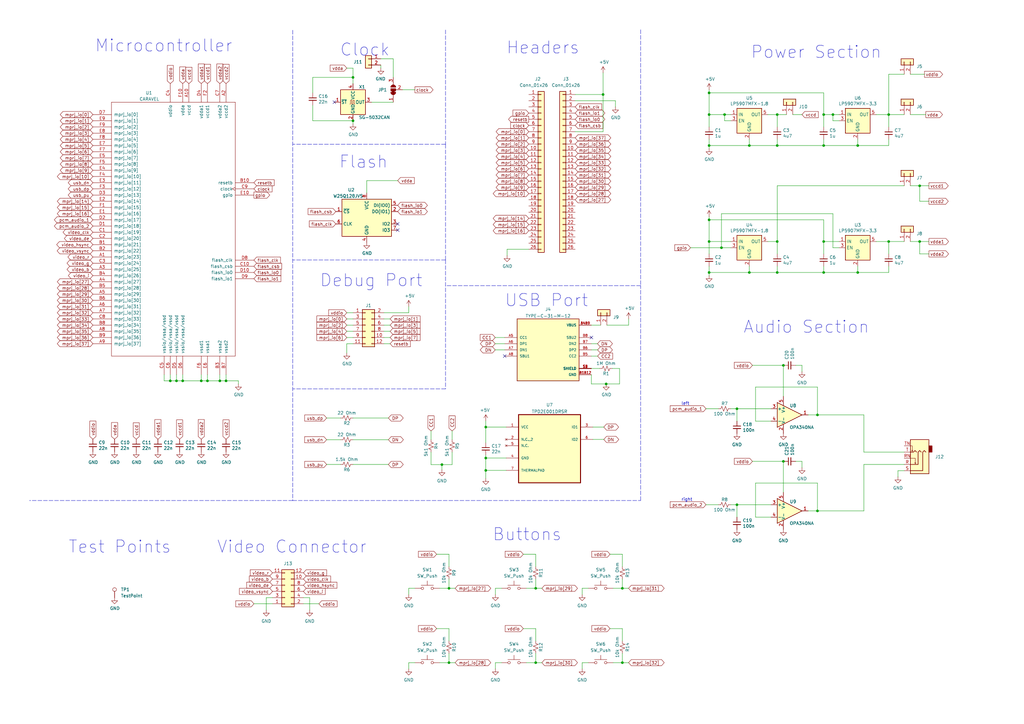
<source format=kicad_sch>
(kicad_sch (version 20210621) (generator eeschema)
  (paper "A3")
  (title_block (title "PyFive MPW1 Carrier PCB") (date "2021-09-09") (rev "0.0") (comment 1 "Based on the Sam Littlewood Caravel Carrier Design"))
  (junction (at 69.85 156.21) (diameter 0.9144))
  (junction (at 72.39 156.21) (diameter 0.9144))
  (junction (at 74.93 156.21) (diameter 0.9144))
  (junction (at 82.55 156.21) (diameter 0.9144))
  (junction (at 85.09 156.21) (diameter 0.9144))
  (junction (at 90.17 156.21) (diameter 0.9144))
  (junction (at 92.71 156.21) (diameter 0.9144))
  (junction (at 144.78 31.75) (diameter 0.9144))
  (junction (at 144.78 49.53) (diameter 0.9144))
  (junction (at 181.2544 190.5508))
  (junction (at 184.15 241.3))
  (junction (at 184.15 271.78))
  (junction (at 199.2376 175.1584))
  (junction (at 199.2376 187.8584))
  (junction (at 199.2376 192.9384))
  (junction (at 219.71 241.3))
  (junction (at 219.71 271.78))
  (junction (at 247.3452 38.7604) (diameter 0.9144))
  (junction (at 248.6152 157.48))
  (junction (at 255.27 241.3))
  (junction (at 255.27 271.78))
  (junction (at 290.83 38.1) (diameter 0.9144))
  (junction (at 290.83 46.99) (diameter 0.9144))
  (junction (at 290.83 59.69) (diameter 0.9144))
  (junction (at 290.83 90.17) (diameter 0.9144))
  (junction (at 290.83 99.06) (diameter 0.9144))
  (junction (at 290.83 111.76) (diameter 0.9144))
  (junction (at 295.91 101.6) (diameter 0.9144))
  (junction (at 297.18 46.99) (diameter 0.9144))
  (junction (at 302.26 167.64))
  (junction (at 302.26 207.01))
  (junction (at 307.34 59.69) (diameter 0.9144))
  (junction (at 307.34 111.76) (diameter 0.9144))
  (junction (at 318.77 46.99) (diameter 0.9144))
  (junction (at 318.77 59.69) (diameter 0.9144))
  (junction (at 318.77 99.06) (diameter 0.9144))
  (junction (at 318.77 111.76) (diameter 0.9144))
  (junction (at 321.31 149.86))
  (junction (at 321.31 189.23))
  (junction (at 335.28 170.18))
  (junction (at 335.28 209.55))
  (junction (at 337.82 46.99) (diameter 0.9144))
  (junction (at 337.82 59.69) (diameter 0.9144))
  (junction (at 337.82 99.06) (diameter 0.9144))
  (junction (at 337.82 111.76) (diameter 0.9144))
  (junction (at 341.63 46.99) (diameter 0.9144))
  (junction (at 351.79 59.69) (diameter 0.9144))
  (junction (at 351.79 111.76) (diameter 0.9144))
  (junction (at 364.49 46.99) (diameter 0.9144))
  (junction (at 364.49 99.06) (diameter 0.9144))
  (junction (at 377.19 76.2) (diameter 0.9144))
  (junction (at 377.19 99.06) (diameter 0.9144))
  (no_connect (at 137.16 41.91))
  (no_connect (at 163.1188 91.8464))
  (no_connect (at 163.1188 94.3864))
  (no_connect (at 207.01 146.05))
  (no_connect (at 242.57 138.43))
  (wire (pts (xy 67.31 153.67) (xy 67.31 156.21)))
  (wire (pts (xy 67.31 156.21) (xy 69.85 156.21)))
  (wire (pts (xy 69.85 153.67) (xy 69.85 156.21)))
  (wire (pts (xy 69.85 156.21) (xy 72.39 156.21)))
  (wire (pts (xy 72.39 153.67) (xy 72.39 156.21)))
  (wire (pts (xy 72.39 156.21) (xy 74.93 156.21)))
  (wire (pts (xy 74.93 153.67) (xy 74.93 156.21)))
  (wire (pts (xy 74.93 156.21) (xy 82.55 156.21)))
  (wire (pts (xy 82.55 153.67) (xy 82.55 156.21)))
  (wire (pts (xy 82.55 156.21) (xy 85.09 156.21)))
  (wire (pts (xy 85.09 153.67) (xy 85.09 156.21)))
  (wire (pts (xy 85.09 156.21) (xy 90.17 156.21)))
  (wire (pts (xy 90.17 153.67) (xy 90.17 156.21)))
  (wire (pts (xy 90.17 156.21) (xy 92.71 156.21)))
  (wire (pts (xy 92.71 153.67) (xy 92.71 156.21)))
  (wire (pts (xy 92.71 156.21) (xy 97.79 156.21)))
  (wire (pts (xy 97.79 156.21) (xy 97.79 157.48)))
  (wire (pts (xy 104.14 247.65) (xy 111.76 247.65)))
  (wire (pts (xy 109.22 245.11) (xy 109.22 250.19)))
  (wire (pts (xy 111.76 245.11) (xy 109.22 245.11)))
  (wire (pts (xy 124.46 245.11) (xy 127 245.11)))
  (wire (pts (xy 124.46 247.65) (xy 130.81 247.65)))
  (wire (pts (xy 127 245.11) (xy 127 250.19)))
  (wire (pts (xy 128.27 31.75) (xy 144.78 31.75)))
  (wire (pts (xy 128.27 38.1) (xy 128.27 31.75)))
  (wire (pts (xy 128.27 49.53) (xy 128.27 43.18)))
  (wire (pts (xy 133.9596 171.45) (xy 139.7 171.45)))
  (wire (pts (xy 133.9596 180.34) (xy 139.7 180.34)))
  (wire (pts (xy 133.9596 190.5) (xy 139.7 190.5)))
  (wire (pts (xy 142.24 27.94) (xy 144.78 27.94)))
  (wire (pts (xy 142.24 130.81) (xy 144.78 130.81)))
  (wire (pts (xy 142.24 135.89) (xy 144.78 135.89)))
  (wire (pts (xy 142.24 138.43) (xy 144.78 138.43)))
  (wire (pts (xy 142.24 140.97) (xy 142.24 144.78)))
  (wire (pts (xy 144.78 27.94) (xy 144.78 31.75)))
  (wire (pts (xy 144.78 31.75) (xy 144.78 34.29)))
  (wire (pts (xy 144.78 49.53) (xy 128.27 49.53)))
  (wire (pts (xy 144.78 49.53) (xy 144.78 50.8)))
  (wire (pts (xy 144.78 128.27) (xy 142.24 128.27)))
  (wire (pts (xy 144.78 133.35) (xy 142.24 133.35)))
  (wire (pts (xy 144.78 140.97) (xy 142.24 140.97)))
  (wire (pts (xy 144.78 171.45) (xy 159.3088 171.45)))
  (wire (pts (xy 144.78 180.34) (xy 159.3088 180.34)))
  (wire (pts (xy 144.78 190.5) (xy 159.3088 190.5)))
  (wire (pts (xy 150.4188 74.0664) (xy 150.4188 79.1464)))
  (wire (pts (xy 152.4 41.91) (xy 161.29 41.91)))
  (wire (pts (xy 156.21 24.13) (xy 161.29 24.13)))
  (wire (pts (xy 156.21 27.94) (xy 156.21 26.67)))
  (wire (pts (xy 157.48 130.81) (xy 160.02 130.81)))
  (wire (pts (xy 157.48 135.89) (xy 160.02 135.89)))
  (wire (pts (xy 157.48 140.97) (xy 160.02 140.97)))
  (wire (pts (xy 160.02 133.35) (xy 157.48 133.35)))
  (wire (pts (xy 160.02 138.43) (xy 157.48 138.43)))
  (wire (pts (xy 161.29 24.13) (xy 161.29 31.75)))
  (wire (pts (xy 163.1188 74.0664) (xy 150.4188 74.0664)))
  (wire (pts (xy 165.1 36.83) (xy 170.18 36.83)))
  (wire (pts (xy 167.64 125.73) (xy 167.64 128.27)))
  (wire (pts (xy 167.64 128.27) (xy 157.48 128.27)))
  (wire (pts (xy 167.64 241.3) (xy 170.18 241.3)))
  (wire (pts (xy 167.64 243.84) (xy 167.64 241.3)))
  (wire (pts (xy 167.64 271.78) (xy 170.18 271.78)))
  (wire (pts (xy 167.64 274.32) (xy 167.64 271.78)))
  (wire (pts (xy 176.784 176.7332) (xy 176.784 180.34)))
  (wire (pts (xy 176.784 185.42) (xy 176.784 190.5508)))
  (wire (pts (xy 176.784 190.5508) (xy 181.2544 190.5508)))
  (wire (pts (xy 179.07 227.33) (xy 184.15 227.33)))
  (wire (pts (xy 179.07 257.81) (xy 184.15 257.81)))
  (wire (pts (xy 181.2544 190.5508) (xy 181.2544 192.6336)))
  (wire (pts (xy 181.2544 190.5508) (xy 185.42 190.5508)))
  (wire (pts (xy 184.15 227.33) (xy 184.15 232.41)))
  (wire (pts (xy 184.15 237.49) (xy 184.15 241.3)))
  (wire (pts (xy 184.15 241.3) (xy 180.34 241.3)))
  (wire (pts (xy 184.15 241.3) (xy 186.69 241.3)))
  (wire (pts (xy 184.15 257.81) (xy 184.15 262.89)))
  (wire (pts (xy 184.15 267.97) (xy 184.15 271.78)))
  (wire (pts (xy 184.15 271.78) (xy 180.34 271.78)))
  (wire (pts (xy 184.15 271.78) (xy 186.69 271.78)))
  (wire (pts (xy 185.42 176.7332) (xy 185.42 180.34)))
  (wire (pts (xy 185.42 190.5508) (xy 185.42 185.42)))
  (wire (pts (xy 199.2376 172.6184) (xy 199.2376 175.1584)))
  (wire (pts (xy 199.2376 175.1584) (xy 199.2376 181.5592)))
  (wire (pts (xy 199.2376 186.6392) (xy 199.2376 187.8584)))
  (wire (pts (xy 199.2376 187.8584) (xy 199.2376 192.9384)))
  (wire (pts (xy 199.2376 187.8584) (xy 207.6196 187.8584)))
  (wire (pts (xy 199.2376 192.9384) (xy 199.2376 196.1896)))
  (wire (pts (xy 199.2376 192.9384) (xy 207.6196 192.9384)))
  (wire (pts (xy 203.0984 138.43) (xy 207.01 138.43)))
  (wire (pts (xy 203.0984 140.97) (xy 207.01 140.97)))
  (wire (pts (xy 203.0984 143.51) (xy 207.01 143.51)))
  (wire (pts (xy 203.2 241.3) (xy 205.74 241.3)))
  (wire (pts (xy 203.2 243.84) (xy 203.2 241.3)))
  (wire (pts (xy 203.2 271.78) (xy 205.74 271.78)))
  (wire (pts (xy 203.2 274.32) (xy 203.2 271.78)))
  (wire (pts (xy 207.6196 175.1584) (xy 199.2376 175.1584)))
  (wire (pts (xy 207.9752 102.2604) (xy 216.8652 102.2604)))
  (wire (pts (xy 207.9752 104.8004) (xy 207.9752 102.2604)))
  (wire (pts (xy 214.63 227.33) (xy 219.71 227.33)))
  (wire (pts (xy 214.63 257.81) (xy 219.71 257.81)))
  (wire (pts (xy 219.71 227.33) (xy 219.71 232.41)))
  (wire (pts (xy 219.71 237.49) (xy 219.71 241.3)))
  (wire (pts (xy 219.71 241.3) (xy 215.9 241.3)))
  (wire (pts (xy 219.71 241.3) (xy 222.25 241.3)))
  (wire (pts (xy 219.71 257.81) (xy 219.71 262.89)))
  (wire (pts (xy 219.71 267.97) (xy 219.71 271.78)))
  (wire (pts (xy 219.71 271.78) (xy 215.9 271.78)))
  (wire (pts (xy 219.71 271.78) (xy 222.25 271.78)))
  (wire (pts (xy 235.9152 41.3004) (xy 252.4252 41.3004)))
  (wire (pts (xy 235.9152 54.0004) (xy 247.3452 54.0004)))
  (wire (pts (xy 238.76 241.3) (xy 241.3 241.3)))
  (wire (pts (xy 238.76 243.84) (xy 238.76 241.3)))
  (wire (pts (xy 238.76 271.78) (xy 241.3 271.78)))
  (wire (pts (xy 238.76 274.32) (xy 238.76 271.78)))
  (wire (pts (xy 242.57 133.35) (xy 246.38 133.35)))
  (wire (pts (xy 242.57 140.97) (xy 245.0592 140.97)))
  (wire (pts (xy 242.57 143.51) (xy 245.11 143.51)))
  (wire (pts (xy 242.57 146.05) (xy 245.11 146.05)))
  (wire (pts (xy 242.57 153.67) (xy 242.57 157.48)))
  (wire (pts (xy 242.57 157.48) (xy 248.6152 157.48)))
  (wire (pts (xy 243.1796 175.1584) (xy 247.65 175.1584)))
  (wire (pts (xy 243.1796 180.2384) (xy 247.65 180.2384)))
  (wire (pts (xy 246.0244 151.13) (xy 242.57 151.13)))
  (wire (pts (xy 247.3452 38.7604) (xy 235.9152 38.7604)))
  (wire (pts (xy 247.3452 38.7604) (xy 247.3452 29.8704)))
  (wire (pts (xy 247.3452 54.0004) (xy 247.3452 38.7604)))
  (wire (pts (xy 248.92 133.35) (xy 257.81 133.35)))
  (wire (pts (xy 250.19 227.33) (xy 255.27 227.33)))
  (wire (pts (xy 250.19 257.81) (xy 255.27 257.81)))
  (wire (pts (xy 251.1044 151.13) (xy 254.1016 151.13)))
  (wire (pts (xy 252.4252 41.3004) (xy 252.4252 43.8404)))
  (wire (pts (xy 254.1016 151.13) (xy 254.1016 157.48)))
  (wire (pts (xy 254.1016 157.48) (xy 248.6152 157.48)))
  (wire (pts (xy 255.27 227.33) (xy 255.27 232.41)))
  (wire (pts (xy 255.27 237.49) (xy 255.27 241.3)))
  (wire (pts (xy 255.27 241.3) (xy 251.46 241.3)))
  (wire (pts (xy 255.27 241.3) (xy 257.81 241.3)))
  (wire (pts (xy 255.27 257.81) (xy 255.27 262.89)))
  (wire (pts (xy 255.27 267.97) (xy 255.27 271.78)))
  (wire (pts (xy 255.27 271.78) (xy 251.46 271.78)))
  (wire (pts (xy 255.27 271.78) (xy 257.81 271.78)))
  (wire (pts (xy 257.81 130.81) (xy 257.81 133.35)))
  (wire (pts (xy 283.21 101.6) (xy 295.91 101.6)))
  (wire (pts (xy 289.56 167.64) (xy 294.64 167.64)))
  (wire (pts (xy 289.56 207.01) (xy 294.64 207.01)))
  (wire (pts (xy 290.83 36.83) (xy 290.83 38.1)))
  (wire (pts (xy 290.83 38.1) (xy 290.83 46.99)))
  (wire (pts (xy 290.83 46.99) (xy 290.83 52.07)))
  (wire (pts (xy 290.83 59.69) (xy 290.83 57.15)))
  (wire (pts (xy 290.83 60.96) (xy 290.83 59.69)))
  (wire (pts (xy 290.83 88.9) (xy 290.83 90.17)))
  (wire (pts (xy 290.83 90.17) (xy 290.83 99.06)))
  (wire (pts (xy 290.83 99.06) (xy 290.83 104.14)))
  (wire (pts (xy 290.83 111.76) (xy 290.83 109.22)))
  (wire (pts (xy 290.83 113.03) (xy 290.83 111.76)))
  (wire (pts (xy 295.91 87.63) (xy 341.63 87.63)))
  (wire (pts (xy 295.91 101.6) (xy 295.91 87.63)))
  (wire (pts (xy 295.91 101.6) (xy 299.72 101.6)))
  (wire (pts (xy 297.18 46.99) (xy 290.83 46.99)))
  (wire (pts (xy 297.18 49.53) (xy 297.18 46.99)))
  (wire (pts (xy 299.72 46.99) (xy 297.18 46.99)))
  (wire (pts (xy 299.72 49.53) (xy 297.18 49.53)))
  (wire (pts (xy 299.72 99.06) (xy 290.83 99.06)))
  (wire (pts (xy 299.72 167.64) (xy 302.26 167.64)))
  (wire (pts (xy 299.72 207.01) (xy 302.26 207.01)))
  (wire (pts (xy 302.26 167.64) (xy 302.26 172.72)))
  (wire (pts (xy 302.26 167.64) (xy 316.23 167.64)))
  (wire (pts (xy 302.26 207.01) (xy 302.26 212.09)))
  (wire (pts (xy 302.26 207.01) (xy 316.23 207.01)))
  (wire (pts (xy 307.34 57.15) (xy 307.34 59.69)))
  (wire (pts (xy 307.34 59.69) (xy 290.83 59.69)))
  (wire (pts (xy 307.34 59.69) (xy 318.77 59.69)))
  (wire (pts (xy 307.34 109.22) (xy 307.34 111.76)))
  (wire (pts (xy 307.34 111.76) (xy 290.83 111.76)))
  (wire (pts (xy 307.34 111.76) (xy 318.77 111.76)))
  (wire (pts (xy 308.61 149.86) (xy 321.31 149.86)))
  (wire (pts (xy 308.61 189.23) (xy 321.31 189.23)))
  (wire (pts (xy 309.88 158.75) (xy 335.28 158.75)))
  (wire (pts (xy 309.88 172.72) (xy 309.88 158.75)))
  (wire (pts (xy 309.88 198.12) (xy 335.28 198.12)))
  (wire (pts (xy 309.88 212.09) (xy 309.88 198.12)))
  (wire (pts (xy 314.96 46.99) (xy 318.77 46.99)))
  (wire (pts (xy 314.96 99.06) (xy 318.77 99.06)))
  (wire (pts (xy 316.23 172.72) (xy 309.88 172.72)))
  (wire (pts (xy 316.23 212.09) (xy 309.88 212.09)))
  (wire (pts (xy 318.77 46.99) (xy 318.77 52.07)))
  (wire (pts (xy 318.77 57.15) (xy 318.77 59.69)))
  (wire (pts (xy 318.77 59.69) (xy 337.82 59.69)))
  (wire (pts (xy 318.77 76.2) (xy 318.77 99.06)))
  (wire (pts (xy 318.77 76.2) (xy 370.84 76.2)))
  (wire (pts (xy 318.77 99.06) (xy 318.77 104.14)))
  (wire (pts (xy 318.77 109.22) (xy 318.77 111.76)))
  (wire (pts (xy 318.77 111.76) (xy 337.82 111.76)))
  (wire (pts (xy 321.31 149.86) (xy 321.31 162.56)))
  (wire (pts (xy 321.31 189.23) (xy 321.31 201.93)))
  (wire (pts (xy 322.58 46.99) (xy 318.77 46.99)))
  (wire (pts (xy 326.39 149.86) (xy 328.93 149.86)))
  (wire (pts (xy 326.39 189.23) (xy 328.93 189.23)))
  (wire (pts (xy 328.93 46.99) (xy 325.12 46.99)))
  (wire (pts (xy 328.93 149.86) (xy 328.93 152.4)))
  (wire (pts (xy 328.93 189.23) (xy 328.93 191.77)))
  (wire (pts (xy 335.28 158.75) (xy 335.28 170.18)))
  (wire (pts (xy 335.28 170.18) (xy 331.47 170.18)))
  (wire (pts (xy 335.28 170.18) (xy 354.33 170.18)))
  (wire (pts (xy 335.28 198.12) (xy 335.28 209.55)))
  (wire (pts (xy 335.28 209.55) (xy 331.47 209.55)))
  (wire (pts (xy 335.28 209.55) (xy 354.33 209.55)))
  (wire (pts (xy 337.82 38.1) (xy 290.83 38.1)))
  (wire (pts (xy 337.82 46.99) (xy 337.82 38.1)))
  (wire (pts (xy 337.82 46.99) (xy 337.82 52.07)))
  (wire (pts (xy 337.82 57.15) (xy 337.82 59.69)))
  (wire (pts (xy 337.82 59.69) (xy 351.79 59.69)))
  (wire (pts (xy 337.82 90.17) (xy 290.83 90.17)))
  (wire (pts (xy 337.82 99.06) (xy 337.82 90.17)))
  (wire (pts (xy 337.82 99.06) (xy 337.82 104.14)))
  (wire (pts (xy 337.82 109.22) (xy 337.82 111.76)))
  (wire (pts (xy 337.82 111.76) (xy 351.79 111.76)))
  (wire (pts (xy 341.63 46.99) (xy 337.82 46.99)))
  (wire (pts (xy 341.63 49.53) (xy 341.63 46.99)))
  (wire (pts (xy 341.63 87.63) (xy 341.63 101.6)))
  (wire (pts (xy 341.63 101.6) (xy 344.17 101.6)))
  (wire (pts (xy 344.17 46.99) (xy 341.63 46.99)))
  (wire (pts (xy 344.17 49.53) (xy 341.63 49.53)))
  (wire (pts (xy 344.17 99.06) (xy 337.82 99.06)))
  (wire (pts (xy 351.79 57.15) (xy 351.79 59.69)))
  (wire (pts (xy 351.79 59.69) (xy 364.49 59.69)))
  (wire (pts (xy 351.79 109.22) (xy 351.79 111.76)))
  (wire (pts (xy 351.79 111.76) (xy 364.49 111.76)))
  (wire (pts (xy 354.33 170.18) (xy 354.33 185.42)))
  (wire (pts (xy 354.33 185.42) (xy 370.84 185.42)))
  (wire (pts (xy 354.33 190.5) (xy 370.84 190.5)))
  (wire (pts (xy 354.33 209.55) (xy 354.33 190.5)))
  (wire (pts (xy 359.41 46.99) (xy 364.49 46.99)))
  (wire (pts (xy 359.41 99.06) (xy 364.49 99.06)))
  (wire (pts (xy 364.49 30.48) (xy 364.49 46.99)))
  (wire (pts (xy 364.49 30.48) (xy 370.84 30.48)))
  (wire (pts (xy 364.49 46.99) (xy 364.49 52.07)))
  (wire (pts (xy 364.49 46.99) (xy 370.84 46.99)))
  (wire (pts (xy 364.49 59.69) (xy 364.49 57.15)))
  (wire (pts (xy 364.49 99.06) (xy 364.49 104.14)))
  (wire (pts (xy 364.49 99.06) (xy 370.84 99.06)))
  (wire (pts (xy 364.49 111.76) (xy 364.49 109.22)))
  (wire (pts (xy 368.3 193.04) (xy 368.3 195.58)))
  (wire (pts (xy 370.84 193.04) (xy 368.3 193.04)))
  (wire (pts (xy 373.38 30.48) (xy 379.1712 30.48)))
  (wire (pts (xy 373.38 76.2) (xy 377.19 76.2)))
  (wire (pts (xy 373.38 99.06) (xy 377.19 99.06)))
  (wire (pts (xy 377.19 76.2) (xy 377.19 82.55)))
  (wire (pts (xy 377.19 82.55) (xy 381 82.55)))
  (wire (pts (xy 377.19 99.06) (xy 377.19 104.14)))
  (wire (pts (xy 377.19 104.14) (xy 381 104.14)))
  (wire (pts (xy 379.73 46.99) (xy 373.38 46.99)))
  (wire (pts (xy 381 76.2) (xy 377.19 76.2)))
  (wire (pts (xy 381 99.06) (xy 377.19 99.06)))
  (polyline (pts (xy 120.0404 12.3952) (xy 120.0404 168.402)))
  (polyline (pts (xy 120.0404 168.3004) (xy 120.0404 205.2828)))
  (polyline (pts (xy 120.0404 205.2828) (xy 12.0904 205.2828)))
  (polyline (pts (xy 120.0404 205.2828) (xy 262.7376 205.2828)))
  (polyline (pts (xy 182.7276 12.2936) (xy 182.7276 59.182)))
  (polyline (pts (xy 182.7276 59.182) (xy 120.0912 59.182)))
  (polyline (pts (xy 182.7276 59.182) (xy 182.7276 106.6292)))
  (polyline (pts (xy 182.7276 106.6292) (xy 120.0404 106.6292)))
  (polyline (pts (xy 182.7276 106.6292) (xy 182.7276 159.512)))
  (polyline (pts (xy 182.7276 159.512) (xy 120.0404 159.512)))
  (polyline (pts (xy 262.7376 12.192) (xy 262.7376 117.1448)))
  (polyline (pts (xy 262.7376 117.1448) (xy 182.7276 117.1448)))
  (polyline (pts (xy 262.7376 205.2828) (xy 262.7376 117.1448)))
  (text "Test Points" (at 27.94 227.33 0) (effects (font (size 5 5)) (justify left bottom)))
  (text "Microcontroller" (at 38.862 21.7932 0) (effects (font (size 5 5)) (justify left bottom)))
  (text "Video Connector" (at 88.9 227.33 0) (effects (font (size 5 5)) (justify left bottom)))
  (text "Debug Port" (at 131.1148 118.0592 0) (effects (font (size 5 5)) (justify left bottom)))
  (text "Flash" (at 138.9888 69.4436 0) (effects (font (size 5 5)) (justify left bottom)))
  (text "Clock" (at 139.3444 23.4696 0) (effects (font (size 5 5)) (justify left bottom)))
  (text "Buttons" (at 201.93 222.25 0) (effects (font (size 5 5)) (justify left bottom)))
  (text "USB Port" (at 206.9084 126.238 0) (effects (font (size 5 5)) (justify left bottom)))
  (text "Headers" (at 207.5688 22.606 0) (effects (font (size 5 5)) (justify left bottom)))
  (text "left" (at 279.4 166.37 0) (effects (font (size 1.27 1.27)) (justify left bottom)))
  (text "right" (at 279.4 205.74 0) (effects (font (size 1.27 1.27)) (justify left bottom)))
  (text "Audio Section" (at 304.8 137.16 0) (effects (font (size 5 5)) (justify left bottom)))
  (text "Power Section" (at 307.8988 24.4348 0) (effects (font (size 5 5)) (justify left bottom)))
  (global_label "mprj_io[0]" (shape bidirectional) (at 38.1 46.99 180) (property "Intersheet References" "${INTERSHEET_REFS}" (effects hide)))
  (global_label "mprj_io[1]" (shape bidirectional) (at 38.1 49.53 180) (property "Intersheet References" "${INTERSHEET_REFS}" (effects hide)))
  (global_label "mprj_io[2]" (shape bidirectional) (at 38.1 52.07 180) (property "Intersheet References" "${INTERSHEET_REFS}" (effects hide)))
  (global_label "mprj_io[3]" (shape bidirectional) (at 38.1 54.61 180) (property "Intersheet References" "${INTERSHEET_REFS}" (effects hide)))
  (global_label "mprj_io[4]" (shape bidirectional) (at 38.1 57.15 180) (property "Intersheet References" "${INTERSHEET_REFS}" (effects hide)))
  (global_label "mprj_io[5]" (shape bidirectional) (at 38.1 59.69 180) (property "Intersheet References" "${INTERSHEET_REFS}" (effects hide)))
  (global_label "mprj_io[6]" (shape bidirectional) (at 38.1 62.23 180) (property "Intersheet References" "${INTERSHEET_REFS}" (effects hide)))
  (global_label "mprj_io[7]" (shape bidirectional) (at 38.1 64.77 180) (property "Intersheet References" "${INTERSHEET_REFS}" (effects hide)))
  (global_label "mprj_io[8]" (shape bidirectional) (at 38.1 67.31 180) (property "Intersheet References" "${INTERSHEET_REFS}" (effects hide)))
  (global_label "mprj_io[9]" (shape bidirectional) (at 38.1 69.85 180) (property "Intersheet References" "${INTERSHEET_REFS}" (effects hide)))
  (global_label "mprj_io[10]" (shape bidirectional) (at 38.1 72.39 180) (property "Intersheet References" "${INTERSHEET_REFS}" (effects hide)))
  (global_label "usb_dn" (shape bidirectional) (at 38.1 74.93 180) (property "Intersheet References" "${INTERSHEET_REFS}" (effects hide)))
  (global_label "usb_dp" (shape bidirectional) (at 38.1 77.47 180) (property "Intersheet References" "${INTERSHEET_REFS}" (effects hide)))
  (global_label "usb_pu" (shape bidirectional) (at 38.1 80.01 180) (property "Intersheet References" "${INTERSHEET_REFS}" (effects hide)))
  (global_label "mprj_io[14]" (shape bidirectional) (at 38.1 82.55 180) (property "Intersheet References" "${INTERSHEET_REFS}" (effects hide)))
  (global_label "mprj_io[15]" (shape bidirectional) (at 38.1 85.09 180) (property "Intersheet References" "${INTERSHEET_REFS}" (effects hide)))
  (global_label "mprj_io[16]" (shape bidirectional) (at 38.1 87.63 180) (property "Intersheet References" "${INTERSHEET_REFS}" (effects hide)))
  (global_label "pcm_audio_1" (shape bidirectional) (at 38.1 90.17 180) (property "Intersheet References" "${INTERSHEET_REFS}" (effects hide)))
  (global_label "pcm_audio_2" (shape bidirectional) (at 38.1 92.71 180) (property "Intersheet References" "${INTERSHEET_REFS}" (effects hide)))
  (global_label "video_clk" (shape bidirectional) (at 38.1 95.25 180) (property "Intersheet References" "${INTERSHEET_REFS}" (effects hide)))
  (global_label "video_de" (shape bidirectional) (at 38.1 97.79 180) (property "Intersheet References" "${INTERSHEET_REFS}" (effects hide)))
  (global_label "video_hsync" (shape bidirectional) (at 38.1 100.33 180) (property "Intersheet References" "${INTERSHEET_REFS}" (effects hide)))
  (global_label "video_vsync" (shape bidirectional) (at 38.1 102.87 180) (property "Intersheet References" "${INTERSHEET_REFS}" (effects hide)))
  (global_label "video_r" (shape bidirectional) (at 38.1 105.41 180) (property "Intersheet References" "${INTERSHEET_REFS}" (effects hide)))
  (global_label "video_g" (shape bidirectional) (at 38.1 107.95 180) (property "Intersheet References" "${INTERSHEET_REFS}" (effects hide)))
  (global_label "video_b" (shape bidirectional) (at 38.1 110.49 180) (property "Intersheet References" "${INTERSHEET_REFS}" (effects hide)))
  (global_label "video_i" (shape bidirectional) (at 38.1 113.03 180) (property "Intersheet References" "${INTERSHEET_REFS}" (effects hide)))
  (global_label "mprj_io[27]" (shape bidirectional) (at 38.1 115.57 180) (property "Intersheet References" "${INTERSHEET_REFS}" (effects hide)))
  (global_label "mprj_io[28]" (shape bidirectional) (at 38.1 118.11 180) (property "Intersheet References" "${INTERSHEET_REFS}" (effects hide)))
  (global_label "mprj_io[29]" (shape bidirectional) (at 38.1 120.65 180) (property "Intersheet References" "${INTERSHEET_REFS}" (effects hide)))
  (global_label "mprj_io[30]" (shape bidirectional) (at 38.1 123.19 180) (property "Intersheet References" "${INTERSHEET_REFS}" (effects hide)))
  (global_label "mprj_io[31]" (shape bidirectional) (at 38.1 125.73 180) (property "Intersheet References" "${INTERSHEET_REFS}" (effects hide)))
  (global_label "mprj_io[32]" (shape bidirectional) (at 38.1 128.27 180) (property "Intersheet References" "${INTERSHEET_REFS}" (effects hide)))
  (global_label "mprj_io[33]" (shape bidirectional) (at 38.1 130.81 180) (property "Intersheet References" "${INTERSHEET_REFS}" (effects hide)))
  (global_label "mprj_io[34]" (shape bidirectional) (at 38.1 133.35 180) (property "Intersheet References" "${INTERSHEET_REFS}" (effects hide)))
  (global_label "mprj_io[35]" (shape bidirectional) (at 38.1 135.89 180) (property "Intersheet References" "${INTERSHEET_REFS}" (effects hide)))
  (global_label "mprj_io[36]" (shape bidirectional) (at 38.1 138.43 180) (property "Intersheet References" "${INTERSHEET_REFS}" (effects hide)))
  (global_label "mprj_io[37]" (shape bidirectional) (at 38.1 140.97 180) (property "Intersheet References" "${INTERSHEET_REFS}" (effects hide)))
  (global_label "vddio" (shape input) (at 38.1 180.1368 90) (property "Intersheet References" "${INTERSHEET_REFS}" (effects hide)))
  (global_label "vdda" (shape input) (at 46.99 180.1368 90) (property "Intersheet References" "${INTERSHEET_REFS}" (effects hide)))
  (global_label "vccd" (shape input) (at 55.88 180.1368 90) (property "Intersheet References" "${INTERSHEET_REFS}" (effects hide)))
  (global_label "vdda1" (shape input) (at 64.77 180.1368 90) (property "Intersheet References" "${INTERSHEET_REFS}" (effects hide)))
  (global_label "vddio" (shape input) (at 69.85 34.29 90) (property "Intersheet References" "${INTERSHEET_REFS}" (effects hide)))
  (global_label "vccd1" (shape input) (at 73.66 180.1368 90) (property "Intersheet References" "${INTERSHEET_REFS}" (effects hide)))
  (global_label "vdda" (shape input) (at 74.93 34.29 90) (property "Intersheet References" "${INTERSHEET_REFS}" (effects hide)))
  (global_label "vccd" (shape input) (at 77.47 34.29 90) (property "Intersheet References" "${INTERSHEET_REFS}" (effects hide)))
  (global_label "vdda1" (shape input) (at 82.55 34.29 90) (property "Intersheet References" "${INTERSHEET_REFS}" (effects hide)))
  (global_label "vdda2" (shape input) (at 82.55 180.1368 90) (property "Intersheet References" "${INTERSHEET_REFS}" (effects hide)))
  (global_label "vccd1" (shape input) (at 85.09 34.29 90) (property "Intersheet References" "${INTERSHEET_REFS}" (effects hide)))
  (global_label "vdda2" (shape input) (at 90.17 34.29 90) (property "Intersheet References" "${INTERSHEET_REFS}" (effects hide)))
  (global_label "vccd2" (shape input) (at 92.71 34.29 90) (property "Intersheet References" "${INTERSHEET_REFS}" (effects hide)))
  (global_label "vccd2" (shape input) (at 92.71 180.1368 90) (property "Intersheet References" "${INTERSHEET_REFS}" (effects hide)))
  (global_label "resetb" (shape input) (at 104.14 74.93 0) (property "Intersheet References" "${INTERSHEET_REFS}" (effects hide)))
  (global_label "clock" (shape input) (at 104.14 77.47 0) (property "Intersheet References" "${INTERSHEET_REFS}" (effects hide)))
  (global_label "gpio" (shape output) (at 104.14 80.01 0) (property "Intersheet References" "${INTERSHEET_REFS}" (effects hide)))
  (global_label "flash_clk" (shape input) (at 104.14 106.68 0) (property "Intersheet References" "${INTERSHEET_REFS}" (effects hide)))
  (global_label "flash_csb" (shape input) (at 104.14 109.22 0) (property "Intersheet References" "${INTERSHEET_REFS}" (effects hide)))
  (global_label "flash_io0" (shape input) (at 104.14 111.76 0) (property "Intersheet References" "${INTERSHEET_REFS}" (effects hide)))
  (global_label "flash_io1" (shape input) (at 104.14 114.3 0) (property "Intersheet References" "${INTERSHEET_REFS}" (effects hide)))
  (global_label "vddio" (shape input) (at 104.14 247.65 180) (property "Intersheet References" "${INTERSHEET_REFS}" (effects hide)))
  (global_label "video_r" (shape input) (at 111.76 234.95 180) (property "Intersheet References" "${INTERSHEET_REFS}" (effects hide)))
  (global_label "video_b" (shape input) (at 111.76 237.49 180) (property "Intersheet References" "${INTERSHEET_REFS}" (effects hide)))
  (global_label "video_de" (shape input) (at 111.76 240.03 180) (property "Intersheet References" "${INTERSHEET_REFS}" (effects hide)))
  (global_label "video_vsync" (shape input) (at 111.76 242.57 180) (property "Intersheet References" "${INTERSHEET_REFS}" (effects hide)))
  (global_label "video_g" (shape input) (at 124.46 234.95 0) (property "Intersheet References" "${INTERSHEET_REFS}" (effects hide)))
  (global_label "video_clk" (shape input) (at 124.46 237.49 0) (property "Intersheet References" "${INTERSHEET_REFS}" (effects hide)))
  (global_label "video_hsync" (shape input) (at 124.46 240.03 0) (property "Intersheet References" "${INTERSHEET_REFS}" (effects hide)))
  (global_label "video_i" (shape input) (at 124.46 242.57 0) (property "Intersheet References" "${INTERSHEET_REFS}" (effects hide)))
  (global_label "vddio" (shape input) (at 130.81 247.65 0) (property "Intersheet References" "${INTERSHEET_REFS}" (effects hide)))
  (global_label "usb_dp" (shape input) (at 133.9596 171.45 180) (property "Intersheet References" "${INTERSHEET_REFS}" (effects hide)))
  (global_label "usb_dn" (shape input) (at 133.9596 180.34 180) (property "Intersheet References" "${INTERSHEET_REFS}" (effects hide)))
  (global_label "usb_pu" (shape input) (at 133.9596 190.5 180) (property "Intersheet References" "${INTERSHEET_REFS}" (effects hide)))
  (global_label "flash_csb" (shape input) (at 137.7188 86.7664 180) (property "Intersheet References" "${INTERSHEET_REFS}" (effects hide)))
  (global_label "flash_clk" (shape input) (at 137.7188 91.8464 180) (property "Intersheet References" "${INTERSHEET_REFS}" (effects hide)))
  (global_label "vdda" (shape input) (at 142.24 27.94 180) (property "Intersheet References" "${INTERSHEET_REFS}" (effects hide)))
  (global_label "vddio" (shape input) (at 142.24 128.27 180) (property "Intersheet References" "${INTERSHEET_REFS}" (effects hide)))
  (global_label "mprj_io[0]" (shape input) (at 142.24 130.81 180) (property "Intersheet References" "${INTERSHEET_REFS}" (effects hide)))
  (global_label "mprj_io[2]" (shape input) (at 142.24 133.35 180) (property "Intersheet References" "${INTERSHEET_REFS}" (effects hide)))
  (global_label "mprj_io[4]" (shape input) (at 142.24 135.89 180) (property "Intersheet References" "${INTERSHEET_REFS}" (effects hide)))
  (global_label "mprj_io[6]" (shape input) (at 142.24 138.43 180) (property "Intersheet References" "${INTERSHEET_REFS}" (effects hide)))
  (global_label "DP" (shape bidirectional) (at 159.3088 171.45 0) (property "Intersheet References" "${INTERSHEET_REFS}" (effects hide)))
  (global_label "DN" (shape bidirectional) (at 159.3088 180.34 0) (property "Intersheet References" "${INTERSHEET_REFS}" (effects hide)))
  (global_label "DP" (shape bidirectional) (at 159.3088 190.5 0) (property "Intersheet References" "${INTERSHEET_REFS}" (effects hide)))
  (global_label "mprj_io[1]" (shape input) (at 160.02 130.81 0) (property "Intersheet References" "${INTERSHEET_REFS}" (effects hide)))
  (global_label "mprj_io[3]" (shape input) (at 160.02 133.35 0) (property "Intersheet References" "${INTERSHEET_REFS}" (effects hide)))
  (global_label "mprj_io[5]" (shape input) (at 160.02 135.89 0) (property "Intersheet References" "${INTERSHEET_REFS}" (effects hide)))
  (global_label "mprj_io[7]" (shape input) (at 160.02 138.43 0) (property "Intersheet References" "${INTERSHEET_REFS}" (effects hide)))
  (global_label "resetb" (shape input) (at 160.02 140.97 0) (property "Intersheet References" "${INTERSHEET_REFS}" (effects hide)))
  (global_label "vdda" (shape input) (at 163.1188 74.0664 0) (property "Intersheet References" "${INTERSHEET_REFS}" (effects hide)))
  (global_label "flash_io0" (shape bidirectional) (at 163.1188 84.2264 0) (property "Intersheet References" "${INTERSHEET_REFS}" (effects hide)))
  (global_label "flash_io1" (shape bidirectional) (at 163.1188 86.7664 0) (property "Intersheet References" "${INTERSHEET_REFS}" (effects hide)))
  (global_label "clock" (shape output) (at 170.18 36.83 0) (property "Intersheet References" "${INTERSHEET_REFS}" (effects hide)))
  (global_label "CC1" (shape input) (at 176.784 176.7332 90) (property "Intersheet References" "${INTERSHEET_REFS}" (effects hide)))
  (global_label "vddio" (shape input) (at 179.07 227.33 180) (property "Intersheet References" "${INTERSHEET_REFS}" (effects hide)))
  (global_label "vddio" (shape input) (at 179.07 257.81 180) (property "Intersheet References" "${INTERSHEET_REFS}" (effects hide)))
  (global_label "CC2" (shape input) (at 185.42 176.7332 90) (property "Intersheet References" "${INTERSHEET_REFS}" (effects hide)))
  (global_label "mprj_io[27]" (shape bidirectional) (at 186.69 241.3 0) (property "Intersheet References" "${INTERSHEET_REFS}" (effects hide)))
  (global_label "mprj_io[28]" (shape bidirectional) (at 186.69 271.78 0) (property "Intersheet References" "${INTERSHEET_REFS}" (effects hide)))
  (global_label "CC1" (shape input) (at 203.0984 138.43 180) (property "Intersheet References" "${INTERSHEET_REFS}" (effects hide)))
  (global_label "DP" (shape bidirectional) (at 203.0984 140.97 180) (property "Intersheet References" "${INTERSHEET_REFS}" (effects hide)))
  (global_label "DN" (shape bidirectional) (at 203.0984 143.51 180) (property "Intersheet References" "${INTERSHEET_REFS}" (effects hide)))
  (global_label "vddio" (shape input) (at 214.63 227.33 180) (property "Intersheet References" "${INTERSHEET_REFS}" (effects hide)))
  (global_label "vddio" (shape input) (at 214.63 257.81 180) (property "Intersheet References" "${INTERSHEET_REFS}" (effects hide)))
  (global_label "gpio" (shape input) (at 216.8652 46.3804 180) (property "Intersheet References" "${INTERSHEET_REFS}" (effects hide)))
  (global_label "resetb" (shape output) (at 216.8652 48.9204 180) (property "Intersheet References" "${INTERSHEET_REFS}" (effects hide)))
  (global_label "clock" (shape input) (at 216.8652 51.4604 180) (property "Intersheet References" "${INTERSHEET_REFS}" (effects hide)))
  (global_label "mprj_io[0]" (shape bidirectional) (at 216.8652 54.0004 180) (property "Intersheet References" "${INTERSHEET_REFS}" (effects hide)))
  (global_label "mprj_io[1]" (shape bidirectional) (at 216.8652 56.5404 180) (property "Intersheet References" "${INTERSHEET_REFS}" (effects hide)))
  (global_label "mprj_io[2]" (shape bidirectional) (at 216.8652 59.0804 180) (property "Intersheet References" "${INTERSHEET_REFS}" (effects hide)))
  (global_label "mprj_io[3]" (shape bidirectional) (at 216.8652 61.6204 180) (property "Intersheet References" "${INTERSHEET_REFS}" (effects hide)))
  (global_label "mprj_io[4]" (shape bidirectional) (at 216.8652 64.1604 180) (property "Intersheet References" "${INTERSHEET_REFS}" (effects hide)))
  (global_label "mprj_io[5]" (shape bidirectional) (at 216.8652 66.7004 180) (property "Intersheet References" "${INTERSHEET_REFS}" (effects hide)))
  (global_label "mprj_io[6]" (shape bidirectional) (at 216.8652 69.2404 180) (property "Intersheet References" "${INTERSHEET_REFS}" (effects hide)))
  (global_label "mprj_io[7]" (shape bidirectional) (at 216.8652 71.7804 180) (property "Intersheet References" "${INTERSHEET_REFS}" (effects hide)))
  (global_label "mprj_io[8]" (shape bidirectional) (at 216.8652 74.3204 180) (property "Intersheet References" "${INTERSHEET_REFS}" (effects hide)))
  (global_label "mprj_io[9]" (shape bidirectional) (at 216.8652 76.8604 180) (property "Intersheet References" "${INTERSHEET_REFS}" (effects hide)))
  (global_label "mprj_io[10]" (shape bidirectional) (at 216.8652 79.4004 180) (property "Intersheet References" "${INTERSHEET_REFS}" (effects hide)))
  (global_label "mprj_io[14]" (shape bidirectional) (at 216.8652 89.5604 180) (property "Intersheet References" "${INTERSHEET_REFS}" (effects hide)))
  (global_label "mprj_io[15]" (shape bidirectional) (at 216.8652 92.1004 180) (property "Intersheet References" "${INTERSHEET_REFS}" (effects hide)))
  (global_label "mprj_io[16]" (shape bidirectional) (at 216.8652 94.6404 180) (property "Intersheet References" "${INTERSHEET_REFS}" (effects hide)))
  (global_label "mprj_io[29]" (shape bidirectional) (at 222.25 241.3 0) (property "Intersheet References" "${INTERSHEET_REFS}" (effects hide)))
  (global_label "mprj_io[30]" (shape bidirectional) (at 222.25 271.78 0) (property "Intersheet References" "${INTERSHEET_REFS}" (effects hide)))
  (global_label "flash_clk" (shape input) (at 235.9152 43.8404 0) (property "Intersheet References" "${INTERSHEET_REFS}" (effects hide)))
  (global_label "flash_io1" (shape bidirectional) (at 235.9152 46.3804 0) (property "Intersheet References" "${INTERSHEET_REFS}" (effects hide)))
  (global_label "flash_io0" (shape bidirectional) (at 235.9152 48.9204 0) (property "Intersheet References" "${INTERSHEET_REFS}" (effects hide)))
  (global_label "flash_csb" (shape input) (at 235.9152 51.4604 0) (property "Intersheet References" "${INTERSHEET_REFS}" (effects hide)))
  (global_label "mprj_io[37]" (shape bidirectional) (at 235.9152 56.5404 0) (property "Intersheet References" "${INTERSHEET_REFS}" (effects hide)))
  (global_label "mprj_io[36]" (shape bidirectional) (at 235.9152 59.0804 0) (property "Intersheet References" "${INTERSHEET_REFS}" (effects hide)))
  (global_label "mprj_io[35]" (shape bidirectional) (at 235.9152 61.6204 0) (property "Intersheet References" "${INTERSHEET_REFS}" (effects hide)))
  (global_label "mprj_io[34]" (shape bidirectional) (at 235.9152 64.1604 0) (property "Intersheet References" "${INTERSHEET_REFS}" (effects hide)))
  (global_label "mprj_io[33]" (shape bidirectional) (at 235.9152 66.7004 0) (property "Intersheet References" "${INTERSHEET_REFS}" (effects hide)))
  (global_label "mprj_io[32]" (shape bidirectional) (at 235.9152 69.2404 0) (property "Intersheet References" "${INTERSHEET_REFS}" (effects hide)))
  (global_label "mprj_io[31]" (shape bidirectional) (at 235.9152 71.7804 0) (property "Intersheet References" "${INTERSHEET_REFS}" (effects hide)))
  (global_label "mprj_io[30]" (shape bidirectional) (at 235.9152 74.3204 0) (property "Intersheet References" "${INTERSHEET_REFS}" (effects hide)))
  (global_label "mprj_io[29]" (shape bidirectional) (at 235.9152 76.8604 0) (property "Intersheet References" "${INTERSHEET_REFS}" (effects hide)))
  (global_label "mprj_io[28]" (shape bidirectional) (at 235.9152 79.4004 0) (property "Intersheet References" "${INTERSHEET_REFS}" (effects hide)))
  (global_label "mprj_io[27]" (shape bidirectional) (at 235.9152 81.9404 0) (property "Intersheet References" "${INTERSHEET_REFS}" (effects hide)))
  (global_label "DN" (shape bidirectional) (at 245.0592 140.97 0) (property "Intersheet References" "${INTERSHEET_REFS}" (effects hide)))
  (global_label "DP" (shape bidirectional) (at 245.11 143.51 0) (property "Intersheet References" "${INTERSHEET_REFS}" (effects hide)))
  (global_label "CC2" (shape input) (at 245.11 146.05 0) (property "Intersheet References" "${INTERSHEET_REFS}" (effects hide)))
  (global_label "DP" (shape bidirectional) (at 247.65 175.1584 0) (property "Intersheet References" "${INTERSHEET_REFS}" (effects hide)))
  (global_label "DN" (shape bidirectional) (at 247.65 180.2384 0) (property "Intersheet References" "${INTERSHEET_REFS}" (effects hide)))
  (global_label "vddio" (shape input) (at 250.19 227.33 180) (property "Intersheet References" "${INTERSHEET_REFS}" (effects hide)))
  (global_label "vddio" (shape input) (at 250.19 257.81 180) (property "Intersheet References" "${INTERSHEET_REFS}" (effects hide)))
  (global_label "mprj_io[31]" (shape bidirectional) (at 257.81 241.3 0) (property "Intersheet References" "${INTERSHEET_REFS}" (effects hide)))
  (global_label "mprj_io[32]" (shape bidirectional) (at 257.81 271.78 0) (property "Intersheet References" "${INTERSHEET_REFS}" (effects hide)))
  (global_label "gpio" (shape input) (at 283.21 101.6 180) (property "Intersheet References" "${INTERSHEET_REFS}" (effects hide)))
  (global_label "pcm_audio_1" (shape input) (at 289.56 167.64 180) (property "Intersheet References" "${INTERSHEET_REFS}" (effects hide)))
  (global_label "pcm_audio_2" (shape input) (at 289.56 207.01 180) (property "Intersheet References" "${INTERSHEET_REFS}" (effects hide)))
  (global_label "vddio" (shape input) (at 308.61 149.86 180) (property "Intersheet References" "${INTERSHEET_REFS}" (effects hide)))
  (global_label "vddio" (shape input) (at 308.61 189.23 180) (property "Intersheet References" "${INTERSHEET_REFS}" (effects hide)))
  (global_label "vccd" (shape input) (at 328.93 46.99 0) (property "Intersheet References" "${INTERSHEET_REFS}" (effects hide)))
  (global_label "vddio" (shape output) (at 379.1712 30.48 0) (property "Intersheet References" "${INTERSHEET_REFS}" (effects hide)))
  (global_label "vdda" (shape output) (at 379.73 46.99 0) (property "Intersheet References" "${INTERSHEET_REFS}" (effects hide)))
  (global_label "vccd1" (shape output) (at 381 76.2 0) (property "Intersheet References" "${INTERSHEET_REFS}" (effects hide)))
  (global_label "vccd2" (shape output) (at 381 82.55 0) (property "Intersheet References" "${INTERSHEET_REFS}" (effects hide)))
  (global_label "vdda1" (shape output) (at 381 99.06 0) (property "Intersheet References" "${INTERSHEET_REFS}" (effects hide)))
  (global_label "vdda2" (shape output) (at 381 104.14 0) (property "Intersheet References" "${INTERSHEET_REFS}" (effects hide)))
  (symbol (lib_id "power:+5V") (at 167.64 125.73 0) (unit 1)
    (property "Reference" "#PWR0112" (effects hide))
    (property "Value" "+5V" (at 168.021 121.3358 0))
  )
  (symbol (lib_id "power:+5V") (at 199.2376 172.6184 0) (mirror y) (unit 1)
    (property "Reference" "#PWR011" (effects hide))
    (property "Value" "+5V" (at 198.8566 168.2242 0))
  )
  (symbol (lib_id "power:+5V") (at 247.3452 29.8704 0) (unit 1)
    (property "Reference" "#PWR0102" (effects hide))
    (property "Value" "+5V" (at 247.7262 25.4762 0))
  )
  (symbol (lib_id "power:+5V") (at 257.81 130.81 0) (unit 1)
    (property "Reference" "#PWR09" (effects hide))
    (property "Value" "+5V" (at 258.191 126.4158 0))
  )
  (symbol (lib_id "power:+5V") (at 290.83 36.83 0) (unit 1)
    (property "Reference" "#PWR02" (effects hide))
    (property "Value" "+5V" (at 291.211 32.4358 0))
  )
  (symbol (lib_id "power:+5V") (at 290.83 88.9 0) (unit 1)
    (property "Reference" "#PWR04" (effects hide))
    (property "Value" "+5V" (at 291.211 84.5058 0))
  )
  (symbol (lib_id "Connector:TestPoint") (at 46.99 245.11 0) (unit 1)
    (property "Reference" "TP1" (at 49.53 241.8079 0) (effects (justify left)))
    (property "Value" "TestPoint" (at 49.53 244.3479 0) (effects (justify left)))
    (property "Footprint" "TestPoint:TestPoint_Keystone_5000-5004_Miniature" (effects hide))
  )
  (symbol (lib_id "power:GND") (at 38.1 185.2168 0) (unit 1)
    (property "Reference" "#PWR0111" (effects hide))
    (property "Value" "GND" (at 38.227 189.611 0))
  )
  (symbol (lib_id "power:GND") (at 46.99 185.2168 0) (unit 1)
    (property "Reference" "#PWR0110" (effects hide))
    (property "Value" "GND" (at 47.117 189.611 0))
  )
  (symbol (lib_id "power:GND") (at 46.99 245.11 0) (unit 1)
    (property "Reference" "#PWR0113" (effects hide))
    (property "Value" "GND" (at 47.117 249.5042 0))
  )
  (symbol (lib_id "power:GND") (at 55.88 185.2168 0) (unit 1)
    (property "Reference" "#PWR0109" (effects hide))
    (property "Value" "GND" (at 56.007 189.611 0))
  )
  (symbol (lib_id "power:GND") (at 64.77 185.2168 0) (unit 1)
    (property "Reference" "#PWR0108" (effects hide))
    (property "Value" "GND" (at 64.897 189.611 0))
  )
  (symbol (lib_id "power:GND") (at 73.66 185.2168 0) (unit 1)
    (property "Reference" "#PWR0107" (effects hide))
    (property "Value" "GND" (at 73.787 189.611 0))
  )
  (symbol (lib_id "power:GND") (at 82.55 185.2168 0) (unit 1)
    (property "Reference" "#PWR0106" (effects hide))
    (property "Value" "GND" (at 82.677 189.611 0))
  )
  (symbol (lib_id "power:GND") (at 92.71 185.2168 0) (unit 1)
    (property "Reference" "#PWR0105" (effects hide))
    (property "Value" "GND" (at 92.837 189.611 0))
  )
  (symbol (lib_id "power:GND") (at 97.79 157.48 0) (unit 1)
    (property "Reference" "#PWR01" (effects hide))
    (property "Value" "GND" (at 97.917 161.8742 0))
  )
  (symbol (lib_id "power:GND") (at 109.22 250.19 0) (unit 1)
    (property "Reference" "#PWR021" (effects hide))
    (property "Value" "GND" (at 109.22 254.7526 0))
  )
  (symbol (lib_id "power:GND") (at 127 250.19 0) (unit 1)
    (property "Reference" "#PWR022" (effects hide))
    (property "Value" "GND" (at 127 254.7526 0))
  )
  (symbol (lib_id "power:GND") (at 142.24 144.78 0) (unit 1)
    (property "Reference" "#PWR0101" (effects hide))
    (property "Value" "GND" (at 142.367 149.1742 0))
  )
  (symbol (lib_id "power:GND") (at 144.78 50.8 0) (unit 1)
    (property "Reference" "#PWR0103" (effects hide))
    (property "Value" "GND" (at 144.907 55.1942 0))
  )
  (symbol (lib_id "power:GND") (at 150.4188 99.4664 0) (unit 1)
    (property "Reference" "#PWR06" (effects hide))
    (property "Value" "GND" (at 150.5458 103.8606 0))
  )
  (symbol (lib_id "power:GND") (at 156.21 27.94 0) (mirror y) (unit 1)
    (property "Reference" "#PWR013" (effects hide))
    (property "Value" "GND" (at 156.083 32.3342 0))
  )
  (symbol (lib_id "power:GND") (at 167.64 243.84 0) (unit 1)
    (property "Reference" "#PWR023" (effects hide))
    (property "Value" "GND" (at 167.64 248.4026 0))
  )
  (symbol (lib_id "power:GND") (at 167.64 274.32 0) (unit 1)
    (property "Reference" "#PWR024" (effects hide))
    (property "Value" "GND" (at 167.64 278.8826 0))
  )
  (symbol (lib_id "power:GND") (at 181.2544 192.6336 0) (unit 1)
    (property "Reference" "#PWR010" (effects hide))
    (property "Value" "GND" (at 181.2544 197.1962 0))
  )
  (symbol (lib_id "power:GND") (at 199.2376 196.1896 0) (unit 1)
    (property "Reference" "#PWR012" (effects hide))
    (property "Value" "GND" (at 199.2376 200.7522 0))
  )
  (symbol (lib_id "power:GND") (at 203.2 243.84 0) (unit 1)
    (property "Reference" "#PWR025" (effects hide))
    (property "Value" "GND" (at 203.2 248.4026 0))
  )
  (symbol (lib_id "power:GND") (at 203.2 274.32 0) (unit 1)
    (property "Reference" "#PWR026" (effects hide))
    (property "Value" "GND" (at 203.2 278.8826 0))
  )
  (symbol (lib_id "power:GND") (at 207.9752 104.8004 0) (unit 1)
    (property "Reference" "#PWR0104" (effects hide))
    (property "Value" "GND" (at 208.1022 109.1946 0))
  )
  (symbol (lib_id "power:GND") (at 238.76 243.84 0) (unit 1)
    (property "Reference" "#PWR027" (effects hide))
    (property "Value" "GND" (at 238.76 248.4026 0))
  )
  (symbol (lib_id "power:GND") (at 238.76 274.32 0) (unit 1)
    (property "Reference" "#PWR028" (effects hide))
    (property "Value" "GND" (at 238.76 278.8826 0))
  )
  (symbol (lib_id "power:GND") (at 248.6152 157.48 0) (unit 1)
    (property "Reference" "#PWR08" (effects hide))
    (property "Value" "GND" (at 248.7422 161.8742 0))
  )
  (symbol (lib_id "power:GND") (at 252.4252 43.8404 0) (unit 1)
    (property "Reference" "#PWR07" (effects hide))
    (property "Value" "GND" (at 252.5522 48.2346 0))
  )
  (symbol (lib_id "power:GND") (at 290.83 60.96 0) (unit 1)
    (property "Reference" "#PWR03" (effects hide))
    (property "Value" "GND" (at 290.957 65.3542 0))
  )
  (symbol (lib_id "power:GND") (at 290.83 113.03 0) (unit 1)
    (property "Reference" "#PWR05" (effects hide))
    (property "Value" "GND" (at 290.957 117.4242 0))
  )
  (symbol (lib_id "power:GND") (at 302.26 177.8 0) (unit 1)
    (property "Reference" "#PWR014" (effects hide))
    (property "Value" "GND" (at 302.26 182.3626 0))
  )
  (symbol (lib_id "power:GND") (at 302.26 217.17 0) (unit 1)
    (property "Reference" "#PWR015" (effects hide))
    (property "Value" "GND" (at 302.26 221.7326 0))
  )
  (symbol (lib_id "power:GND") (at 321.31 177.8 0) (unit 1)
    (property "Reference" "#PWR016" (effects hide))
    (property "Value" "GND" (at 321.31 182.3626 0))
  )
  (symbol (lib_id "power:GND") (at 321.31 217.17 0) (unit 1)
    (property "Reference" "#PWR017" (effects hide))
    (property "Value" "GND" (at 321.31 221.7326 0))
  )
  (symbol (lib_id "power:GND") (at 328.93 152.4 0) (unit 1)
    (property "Reference" "#PWR018" (effects hide))
    (property "Value" "GND" (at 328.93 156.9626 0))
  )
  (symbol (lib_id "power:GND") (at 328.93 191.77 0) (unit 1)
    (property "Reference" "#PWR019" (effects hide))
    (property "Value" "GND" (at 328.93 196.3326 0))
  )
  (symbol (lib_id "power:GND") (at 368.3 195.58 0) (unit 1)
    (property "Reference" "#PWR020" (effects hide))
    (property "Value" "GND" (at 368.3 200.1426 0))
  )
  (symbol (lib_id "Device:R_Small_US") (at 142.24 171.45 90) (unit 1)
    (property "Reference" "R2" (at 142.24 173.554 90))
    (property "Value" "22 Ohm" (at 142.24 169.3695 90))
    (property "Footprint" "Resistor_SMD:R_0402_1005Metric" (effects hide))
  )
  (symbol (lib_id "Device:R_Small_US") (at 142.24 180.34 90) (unit 1)
    (property "Reference" "R3" (at 142.24 182.444 90))
    (property "Value" "22 Ohm" (at 142.24 178.2595 90))
    (property "Footprint" "Resistor_SMD:R_0402_1005Metric" (effects hide))
  )
  (symbol (lib_id "Device:R_Small_US") (at 142.24 190.5 90) (unit 1)
    (property "Reference" "R6" (at 142.24 192.604 90))
    (property "Value" "1.5k Ohm" (at 142.24 188.4195 90))
    (property "Footprint" "Resistor_SMD:R_0402_1005Metric" (effects hide))
  )
  (symbol (lib_id "Device:R_Small_US") (at 176.784 182.88 180) (unit 1)
    (property "Reference" "R4" (at 178.888 182.88 90))
    (property "Value" "5k1 Ohm" (at 174.7035 182.88 90))
    (property "Footprint" "Resistor_SMD:R_0402_1005Metric" (effects hide))
  )
  (symbol (lib_id "Device:R_Small_US") (at 184.15 234.95 180) (unit 1)
    (property "Reference" "R9" (at 186.254 234.95 90))
    (property "Value" "10k Ohm" (at 182.0695 234.95 90))
    (property "Footprint" "Resistor_SMD:R_0402_1005Metric" (effects hide))
  )
  (symbol (lib_id "Device:R_Small_US") (at 184.15 265.43 180) (unit 1)
    (property "Reference" "R10" (at 186.254 265.43 90))
    (property "Value" "10k Ohm" (at 182.0695 265.43 90))
    (property "Footprint" "Resistor_SMD:R_0402_1005Metric" (effects hide))
  )
  (symbol (lib_id "Device:R_Small_US") (at 185.42 182.88 180) (unit 1)
    (property "Reference" "R5" (at 187.524 182.88 90))
    (property "Value" "5k1 Ohm" (at 183.3395 182.88 90))
    (property "Footprint" "Resistor_SMD:R_0402_1005Metric" (effects hide))
  )
  (symbol (lib_id "Device:R_Small_US") (at 219.71 234.95 180) (unit 1)
    (property "Reference" "R11" (at 221.814 234.95 90))
    (property "Value" "10k Ohm" (at 217.6295 234.95 90))
    (property "Footprint" "Resistor_SMD:R_0402_1005Metric" (effects hide))
  )
  (symbol (lib_id "Device:R_Small_US") (at 219.71 265.43 180) (unit 1)
    (property "Reference" "R12" (at 221.814 265.43 90))
    (property "Value" "10k Ohm" (at 217.6295 265.43 90))
    (property "Footprint" "Resistor_SMD:R_0402_1005Metric" (effects hide))
  )
  (symbol (lib_id "Device:R_Small_US") (at 248.5644 151.13 90) (unit 1)
    (property "Reference" "R1" (at 248.5644 153.234 90))
    (property "Value" "1M Ohm" (at 248.5644 149.0495 90))
    (property "Footprint" "Resistor_SMD:R_0402_1005Metric" (effects hide))
  )
  (symbol (lib_id "Device:R_Small_US") (at 255.27 234.95 180) (unit 1)
    (property "Reference" "R13" (at 257.374 234.95 90))
    (property "Value" "10k Ohm" (at 253.1895 234.95 90))
    (property "Footprint" "Resistor_SMD:R_0402_1005Metric" (effects hide))
  )
  (symbol (lib_id "Device:R_Small_US") (at 255.27 265.43 180) (unit 1)
    (property "Reference" "R14" (at 257.374 265.43 90))
    (property "Value" "10k Ohm" (at 253.1895 265.43 90))
    (property "Footprint" "Resistor_SMD:R_0402_1005Metric" (effects hide))
  )
  (symbol (lib_id "Device:R_Small_US") (at 297.18 167.64 270) (unit 1)
    (property "Reference" "R7" (at 297.18 165.536 90))
    (property "Value" "100 Ohm" (at 297.18 169.7205 90))
    (property "Footprint" "Resistor_SMD:R_0402_1005Metric" (effects hide))
  )
  (symbol (lib_id "Device:R_Small_US") (at 297.18 207.01 270) (unit 1)
    (property "Reference" "R8" (at 297.18 204.906 90))
    (property "Value" "100 Ohm" (at 297.18 209.0905 90))
    (property "Footprint" "Resistor_SMD:R_0402_1005Metric" (effects hide))
  )
  (symbol (lib_id "Device:C_Small") (at 38.1 182.6768 0) (unit 1)
    (property "Reference" "C9" (at 40.4368 181.5084 0) (effects (justify left)))
    (property "Value" "22n" (at 40.4368 183.8198 0) (effects (justify left)))
    (property "Footprint" "Capacitor_SMD:C_0402_1005Metric" (effects hide))
  )
  (symbol (lib_id "Device:C_Small") (at 46.99 182.6768 0) (unit 1)
    (property "Reference" "C10" (at 49.3268 181.5084 0) (effects (justify left)))
    (property "Value" "22n" (at 49.3268 183.8198 0) (effects (justify left)))
    (property "Footprint" "Capacitor_SMD:C_0402_1005Metric" (effects hide))
  )
  (symbol (lib_id "Device:C_Small") (at 55.88 182.6768 0) (unit 1)
    (property "Reference" "C11" (at 58.2168 181.5084 0) (effects (justify left)))
    (property "Value" "22n" (at 58.2168 183.8198 0) (effects (justify left)))
    (property "Footprint" "Capacitor_SMD:C_0402_1005Metric" (effects hide))
  )
  (symbol (lib_id "Device:C_Small") (at 64.77 182.6768 0) (unit 1)
    (property "Reference" "C12" (at 67.1068 181.5084 0) (effects (justify left)))
    (property "Value" "22n" (at 67.1068 183.8198 0) (effects (justify left)))
    (property "Footprint" "Capacitor_SMD:C_0402_1005Metric" (effects hide))
  )
  (symbol (lib_id "Device:C_Small") (at 73.66 182.6768 0) (unit 1)
    (property "Reference" "C13" (at 75.9968 181.5084 0) (effects (justify left)))
    (property "Value" "22n" (at 75.9968 183.8198 0) (effects (justify left)))
    (property "Footprint" "Capacitor_SMD:C_0402_1005Metric" (effects hide))
  )
  (symbol (lib_id "Device:C_Small") (at 82.55 182.6768 0) (unit 1)
    (property "Reference" "C14" (at 84.8868 181.5084 0) (effects (justify left)))
    (property "Value" "22n" (at 84.8868 183.8198 0) (effects (justify left)))
    (property "Footprint" "Capacitor_SMD:C_0402_1005Metric" (effects hide))
  )
  (symbol (lib_id "Device:C_Small") (at 92.71 182.6768 0) (unit 1)
    (property "Reference" "C15" (at 95.0468 181.5084 0) (effects (justify left)))
    (property "Value" "22n" (at 95.0468 183.8198 0) (effects (justify left)))
    (property "Footprint" "Capacitor_SMD:C_0402_1005Metric" (effects hide))
  )
  (symbol (lib_id "Device:C_Small") (at 128.27 40.64 0) (unit 1)
    (property "Reference" "C16" (at 130.6068 39.4716 0) (effects (justify left)))
    (property "Value" "22n" (at 130.6068 41.783 0) (effects (justify left)))
    (property "Footprint" "Capacitor_SMD:C_0402_1005Metric" (effects hide))
  )
  (symbol (lib_id "Device:C_Small") (at 199.2376 184.0992 0) (unit 1)
    (property "Reference" "C17" (at 201.5744 182.9308 0) (effects (justify left)))
    (property "Value" "22n" (at 201.5744 185.2422 0) (effects (justify left)))
    (property "Footprint" "Capacitor_SMD:C_0402_1005Metric" (effects hide))
  )
  (symbol (lib_id "Device:C_Small") (at 290.83 54.61 0) (unit 1)
    (property "Reference" "C1" (at 293.1668 53.4416 0) (effects (justify left)))
    (property "Value" "1u" (at 293.1668 55.753 0) (effects (justify left)))
    (property "Footprint" "Capacitor_SMD:C_0603_1608Metric" (effects hide))
  )
  (symbol (lib_id "Device:C_Small") (at 290.83 106.68 0) (unit 1)
    (property "Reference" "C2" (at 293.1668 105.5116 0) (effects (justify left)))
    (property "Value" "1u" (at 293.1668 107.823 0) (effects (justify left)))
    (property "Footprint" "Capacitor_SMD:C_0603_1608Metric" (effects hide))
  )
  (symbol (lib_id "Device:C_Small") (at 302.26 175.26 0) (unit 1)
    (property "Reference" "C18" (at 304.5968 174.0916 0) (effects (justify left)))
    (property "Value" "100n" (at 304.5968 176.403 0) (effects (justify left)))
    (property "Footprint" "Capacitor_SMD:C_0402_1005Metric" (effects hide))
  )
  (symbol (lib_id "Device:C_Small") (at 302.26 214.63 0) (unit 1)
    (property "Reference" "C19" (at 304.5968 213.4616 0) (effects (justify left)))
    (property "Value" "100n" (at 304.5968 215.773 0) (effects (justify left)))
    (property "Footprint" "Capacitor_SMD:C_0402_1005Metric" (effects hide))
  )
  (symbol (lib_id "Device:C_Small") (at 318.77 54.61 0) (unit 1)
    (property "Reference" "C3" (at 321.1068 53.4416 0) (effects (justify left)))
    (property "Value" "4u7" (at 321.1068 55.753 0) (effects (justify left)))
    (property "Footprint" "Capacitor_SMD:C_0603_1608Metric" (effects hide))
  )
  (symbol (lib_id "Device:C_Small") (at 318.77 106.68 0) (unit 1)
    (property "Reference" "C4" (at 321.1068 105.5116 0) (effects (justify left)))
    (property "Value" "4u7" (at 321.1068 107.823 0) (effects (justify left)))
    (property "Footprint" "Capacitor_SMD:C_0603_1608Metric" (effects hide))
  )
  (symbol (lib_id "Device:C_Small") (at 323.85 149.86 90) (unit 1)
    (property "Reference" "C20" (at 322.6816 147.5232 0) (effects (justify left)))
    (property "Value" "100n" (at 324.993 147.5232 0) (effects (justify left)))
    (property "Footprint" "Capacitor_SMD:C_0402_1005Metric" (effects hide))
  )
  (symbol (lib_id "Device:C_Small") (at 323.85 189.23 90) (unit 1)
    (property "Reference" "C21" (at 322.6816 186.8932 0) (effects (justify left)))
    (property "Value" "100n" (at 324.993 186.8932 0) (effects (justify left)))
    (property "Footprint" "Capacitor_SMD:C_0402_1005Metric" (effects hide))
  )
  (symbol (lib_id "Device:C_Small") (at 337.82 54.61 0) (unit 1)
    (property "Reference" "C5" (at 340.1568 53.4416 0) (effects (justify left)))
    (property "Value" "1u" (at 340.1568 55.753 0) (effects (justify left)))
    (property "Footprint" "Capacitor_SMD:C_0603_1608Metric" (effects hide))
  )
  (symbol (lib_id "Device:C_Small") (at 337.82 106.68 0) (unit 1)
    (property "Reference" "C6" (at 340.1568 105.5116 0) (effects (justify left)))
    (property "Value" "1u" (at 340.1568 107.823 0) (effects (justify left)))
    (property "Footprint" "Capacitor_SMD:C_0603_1608Metric" (effects hide))
  )
  (symbol (lib_id "Device:C_Small") (at 364.49 54.61 0) (unit 1)
    (property "Reference" "C7" (at 366.8268 53.4416 0) (effects (justify left)))
    (property "Value" "4u7" (at 366.8268 55.753 0) (effects (justify left)))
    (property "Footprint" "Capacitor_SMD:C_0603_1608Metric" (effects hide))
  )
  (symbol (lib_id "Device:C_Small") (at 364.49 106.68 0) (unit 1)
    (property "Reference" "C8" (at 366.8268 105.5116 0) (effects (justify left)))
    (property "Value" "4u7" (at 366.8268 107.823 0) (effects (justify left)))
    (property "Footprint" "Capacitor_SMD:C_0603_1608Metric" (effects hide))
  )
  (symbol (lib_id "Connector_Generic:Conn_01x02") (at 151.13 24.13 0) (mirror y) (unit 1)
    (property "Reference" "J11" (at 148.59 25.3999 0) (effects (justify left)))
    (property "Value" "Conn_01x02" (effects hide))
    (property "Footprint" "Connector_PinHeader_2.54mm:PinHeader_1x02_P2.54mm_Vertical" (effects hide))
  )
  (symbol (lib_id "Connector_Generic:Conn_01x02") (at 246.38 128.27 90) (unit 1)
    (property "Reference" "J9" (at 251.46 130.1114 90) (effects (justify right)))
    (property "Value" "Conn_01x02" (effects hide))
    (property "Footprint" "Connector_PinHeader_2.54mm:PinHeader_1x02_P2.54mm_Vertical" (effects hide))
  )
  (symbol (lib_id "Connector_Generic:Conn_01x02") (at 322.58 41.91 90) (unit 1)
    (property "Reference" "J10" (at 327.66 43.7514 90) (effects (justify right)))
    (property "Value" "Conn_01x02" (effects hide))
    (property "Footprint" "Connector_PinHeader_2.54mm:PinHeader_1x02_P2.54mm_Vertical" (effects hide))
  )
  (symbol (lib_id "Connector_Generic:Conn_01x02") (at 370.84 25.4 90) (unit 1)
    (property "Reference" "J5" (at 375.92 27.2414 90) (effects (justify right)))
    (property "Value" "Conn_01x02" (effects hide))
    (property "Footprint" "Connector_PinHeader_2.54mm:PinHeader_1x02_P2.54mm_Vertical" (effects hide))
  )
  (symbol (lib_id "Connector_Generic:Conn_01x02") (at 370.84 41.91 90) (unit 1)
    (property "Reference" "J6" (at 375.92 43.7514 90) (effects (justify right)))
    (property "Value" "Conn_01x02" (effects hide))
    (property "Footprint" "Connector_PinHeader_2.54mm:PinHeader_1x02_P2.54mm_Vertical" (effects hide))
  )
  (symbol (lib_id "Connector_Generic:Conn_01x02") (at 370.84 71.12 90) (unit 1)
    (property "Reference" "J7" (at 375.92 72.9614 90) (effects (justify right)))
    (property "Value" "Conn_01x02" (effects hide))
    (property "Footprint" "Connector_PinHeader_2.54mm:PinHeader_1x02_P2.54mm_Vertical" (effects hide))
  )
  (symbol (lib_id "Connector_Generic:Conn_01x02") (at 370.84 93.98 90) (unit 1)
    (property "Reference" "J8" (at 375.92 95.8214 90) (effects (justify right)))
    (property "Value" "Conn_01x02" (effects hide))
    (property "Footprint" "Connector_PinHeader_2.54mm:PinHeader_1x02_P2.54mm_Vertical" (effects hide))
  )
  (symbol (lib_id "Switch:SW_Push") (at 175.26 241.3 0) (unit 1)
    (property "Reference" "SW1" (at 175.26 233.68 0))
    (property "Value" "SW_Push" (at 175.26 236.22 0))
    (property "Footprint" "Button_Switch_SMD:SW_Push_1P1T_NO_CK_KMR2" (effects hide))
  )
  (symbol (lib_id "Switch:SW_Push") (at 175.26 271.78 0) (unit 1)
    (property "Reference" "SW2" (at 175.26 264.16 0))
    (property "Value" "SW_Push" (at 175.26 266.7 0))
    (property "Footprint" "Button_Switch_SMD:SW_Push_1P1T_NO_CK_KMR2" (effects hide))
  )
  (symbol (lib_id "Switch:SW_Push") (at 210.82 241.3 0) (unit 1)
    (property "Reference" "SW3" (at 210.82 233.68 0))
    (property "Value" "SW_Push" (at 210.82 236.22 0))
    (property "Footprint" "Button_Switch_SMD:SW_Push_1P1T_NO_CK_KMR2" (effects hide))
  )
  (symbol (lib_id "Switch:SW_Push") (at 210.82 271.78 0) (unit 1)
    (property "Reference" "SW4" (at 210.82 264.16 0))
    (property "Value" "SW_Push" (at 210.82 266.7 0))
    (property "Footprint" "Button_Switch_SMD:SW_Push_1P1T_NO_CK_KMR2" (effects hide))
  )
  (symbol (lib_id "Switch:SW_Push") (at 246.38 241.3 0) (unit 1)
    (property "Reference" "SW5" (at 246.38 233.68 0))
    (property "Value" "SW_Push" (at 246.38 236.22 0))
    (property "Footprint" "Button_Switch_SMD:SW_Push_1P1T_NO_CK_KMR2" (effects hide))
  )
  (symbol (lib_id "Switch:SW_Push") (at 246.38 271.78 0) (unit 1)
    (property "Reference" "SW6" (at 246.38 264.16 0))
    (property "Value" "SW_Push" (at 246.38 266.7 0))
    (property "Footprint" "Button_Switch_SMD:SW_Push_1P1T_NO_CK_KMR2" (effects hide))
  )
  (symbol (lib_id "Jumper:SolderJumper_3_Bridged12") (at 161.29 36.83 90) (unit 1)
    (property "Reference" "JP1" (at 158.75 36.8299 90) (effects (justify left)))
    (property "Value" "SolderJumper_3_Bridged12" (effects hide))
    (property "Footprint" "Jumper:SolderJumper-3_P1.3mm_Bridged12_Pad1.0x1.5mm" (effects hide))
  )
  (symbol (lib_id "Connector:AudioJack3_SwitchTR") (at 375.92 190.5 180) (unit 1)
    (property "Reference" "J12" (at 383.54 187.3249 0) (effects (justify right)))
    (property "Value" "AudioJack3_SwitchTR" (effects hide))
    (property "Footprint" "Connector_Audio:Jack_3.5mm_CUI_SJ1-3535NG_Horizontal_CircularHoles" (effects hide))
  )
  (symbol (lib_id "Regulator_Linear:LP5907MFX-1.8") (at 307.34 49.53 0) (unit 1)
    (property "Reference" "U5" (at 307.34 40.2082 0))
    (property "Value" "LP5907MFX-1.8" (at 307.34 42.5196 0))
    (property "Footprint" "Package_TO_SOT_SMD:SOT-23-5" (effects hide))
    (property "Datasheet" "http://www.ti.com/lit/ds/symlink/lp5907.pdf" (effects hide))
  )
  (symbol (lib_id "Regulator_Linear:LP5907MFX-1.8") (at 307.34 101.6 0) (unit 1)
    (property "Reference" "U4" (at 307.34 92.2782 0))
    (property "Value" "LP5907MFX-1.8" (at 307.34 94.5896 0))
    (property "Footprint" "Package_TO_SOT_SMD:SOT-23-5" (effects hide))
    (property "Datasheet" "http://www.ti.com/lit/ds/symlink/lp5907.pdf" (effects hide))
  )
  (symbol (lib_id "Regulator_Linear:LP5907MFX-3.3") (at 351.79 49.53 0) (unit 1)
    (property "Reference" "U6" (at 351.79 40.2082 0))
    (property "Value" "LP5907MFX-3.3" (at 351.79 42.5196 0))
    (property "Footprint" "Package_TO_SOT_SMD:SOT-23-5" (effects hide))
    (property "Datasheet" "http://www.ti.com/lit/ds/symlink/lp5907.pdf" (effects hide))
  )
  (symbol (lib_id "Regulator_Linear:LP5907MFX-3.3") (at 351.79 101.6 0) (unit 1)
    (property "Reference" "U3" (at 351.79 92.2782 0))
    (property "Value" "LP5907MFX-3.3" (at 351.79 94.5896 0))
    (property "Footprint" "Package_TO_SOT_SMD:SOT-23-5" (effects hide))
    (property "Datasheet" "http://www.ti.com/lit/ds/symlink/lp5907.pdf" (effects hide))
  )
  (symbol (lib_id "Connector_Generic:Conn_02x06_Odd_Even") (at 116.84 242.57 0) (mirror x) (unit 1)
    (property "Reference" "J13" (at 118.11 231.14 0))
    (property "Value" "Conn_02x06_Odd_Even" (effects hide))
    (property "Footprint" "Connector_PinSocket_2.54mm:PinSocket_2x06_P2.54mm_Horizontal" (effects hide))
  )
  (symbol (lib_id "Connector_Generic:Conn_02x06_Odd_Even") (at 149.86 133.35 0) (unit 1)
    (property "Reference" "J1" (at 151.13 125.2982 0))
    (property "Value" "Conn_02x06_Odd_Even" (effects hide))
    (property "Footprint" "Connector_PinHeader_2.54mm:PinHeader_2x06_P2.54mm_Vertical" (effects hide))
  )
  (symbol (lib_id "Oscillator:SG-5032CAN") (at 144.78 41.91 0) (unit 1)
    (property "Reference" "X1" (at 147.1676 35.6616 0) (effects (justify left)))
    (property "Value" "SG-5032CAN" (at 147.1676 48.133 0) (effects (justify left)))
    (property "Footprint" "Oscillator:Oscillator_SMD_SeikoEpson_SG8002LB-4Pin_5.0x3.2mm" (effects hide))
    (property "Datasheet" "https://support.epson.biz/td/api/doc_check.php?dl=brief_SG5032CAN&lang=en" (effects hide))
  )
  (symbol (lib_id "Amplifier_Operational:OPA340NA") (at 323.85 170.18 0) (unit 1)
    (property "Reference" "U8" (at 323.85 166.3699 0) (effects (justify left)))
    (property "Value" "OPA340NA" (at 323.85 175.2599 0) (effects (justify left)))
    (property "Footprint" "Package_TO_SOT_SMD:SOT-23-5" (effects hide))
    (property "Datasheet" "http://www.ti.com/lit/ds/symlink/opa340.pdf" (effects hide))
  )
  (symbol (lib_id "Amplifier_Operational:OPA340NA") (at 323.85 209.55 0) (unit 1)
    (property "Reference" "U9" (at 323.85 205.7399 0) (effects (justify left)))
    (property "Value" "OPA340NA" (at 323.85 214.6299 0) (effects (justify left)))
    (property "Footprint" "Package_TO_SOT_SMD:SOT-23-5" (effects hide))
    (property "Datasheet" "http://www.ti.com/lit/ds/symlink/opa340.pdf" (effects hide))
  )
  (symbol (lib_id "Connector_Generic:Conn_01x26") (at 221.9452 69.2404 0) (unit 1)
    (property "Reference" "J2" (at 219.4052 32.4104 0) (effects (justify left)))
    (property "Value" "Conn_01x26" (at 213.0552 34.9504 0) (effects (justify left)))
    (property "Footprint" "Connector_PinHeader_2.54mm:PinHeader_1x26_P2.54mm_Vertical" (effects hide))
  )
  (symbol (lib_id "Connector_Generic:Conn_01x26") (at 230.8352 69.2404 0) (mirror y) (unit 1)
    (property "Reference" "J3" (at 232.1052 32.4104 0))
    (property "Value" "Conn_01x26" (at 232.1052 34.9504 0))
    (property "Footprint" "Connector_PinHeader_2.54mm:PinHeader_1x26_P2.54mm_Vertical" (effects hide))
  )
  (symbol (lib_id "Memory_Flash:W25Q128JVS") (at 150.4188 89.3064 0) (unit 1)
    (property "Reference" "U2" (at 144.0688 77.8764 0))
    (property "Value" "W25Q128JVS" (at 142.7988 80.4164 0))
    (property "Footprint" "Package_SO:SOIC-8_5.23x5.23mm_P1.27mm" (effects hide))
    (property "Datasheet" "http://www.winbond.com/resource-files/w25q128jv_dtr%20revc%2003272018%20plus.pdf" (effects hide))
  )
  (symbol (lib_id "TYPE-C-31-M-12:TYPE-C-31-M-12") (at 224.79 143.51 0) (unit 1)
    (property "Reference" "J4" (at 224.79 126.8434 0))
    (property "Value" "TYPE-C-31-M-12" (at 224.79 129.6185 0))
    (property "Footprint" "HRO_TYPE-C-31-M-12" (effects hide))
    (property "STANDARD" "Manufacturer Recommendations" (effects hide))
    (property "PARTREV" "A" (effects hide))
    (property "MAXIMUM_PACKAGE_HEIGHT" "3.31mm" (effects hide))
    (property "MANUFACTURER" "HRO Electronics" (effects hide))
  )
  (symbol (lib_id "TPD2E001DRSR:TPD2E001DRSR") (at 225.3996 180.2384 0) (unit 1)
    (property "Reference" "U7" (at 225.3996 166.0356 0))
    (property "Value" "TPD2E001DRSR" (at 225.3996 168.8107 0))
    (property "Footprint" "TPD2E001DRSR:SON95P315X315X80-7N" (effects hide))
    (property "PACKAGE" "SON-6" (effects hide))
    (property "SUPPLIER" "Texas Instruments" (effects hide))
    (property "OC_FARNELL" "1603426" (effects hide))
    (property "OC_NEWARK" "54M7403" (effects hide))
    (property "MPN" "TPD2E001DRSR" (effects hide))
  )
  (symbol (lib_id "carrier:CARAVEL") (at 71.12 93.98 0) (unit 1)
    (property "Reference" "U1" (at 59.69 38.1 0) (effects (justify left)))
    (property "Value" "CARAVEL" (at 57.15 40.64 0) (effects (justify left)))
    (property "Footprint" "carrier:WLCSP-60_P0.5mm" (effects hide))
    (property "Datasheet" "DOCUMENTATION" (effects hide))
  )
)
</source>
